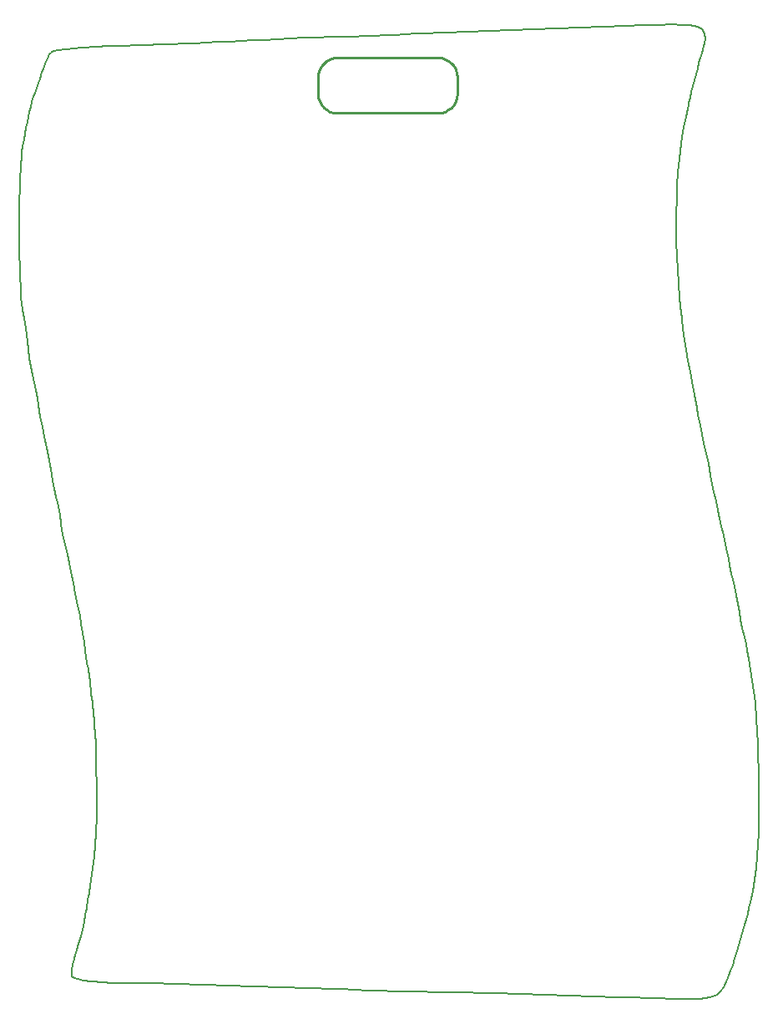
<source format=gm1>
G04 #@! TF.GenerationSoftware,KiCad,Pcbnew,(5.0.0)*
G04 #@! TF.CreationDate,2019-03-05T23:07:52-06:00*
G04 #@! TF.ProjectId,001,3030312E6B696361645F706362000000,rev?*
G04 #@! TF.SameCoordinates,Original*
G04 #@! TF.FileFunction,Profile,NP*
%FSLAX46Y46*%
G04 Gerber Fmt 4.6, Leading zero omitted, Abs format (unit mm)*
G04 Created by KiCad (PCBNEW (5.0.0)) date 03/05/19 23:07:52*
%MOMM*%
%LPD*%
G01*
G04 APERTURE LIST*
G04 #@! TA.AperFunction,NonConductor*
%ADD10C,0.133917*%
G04 #@! TD*
G04 #@! TA.AperFunction,NonConductor*
%ADD11C,0.266250*%
G04 #@! TD*
G04 APERTURE END LIST*
D10*
G04 #@! TO.C,U2*
X175891412Y-134089034D02*
X175796752Y-135304927D01*
X175796752Y-135304927D02*
X175680742Y-136451635D01*
X175680742Y-136451635D02*
X175526369Y-137642026D01*
X175526369Y-137642026D02*
X175338121Y-138798725D01*
X175338121Y-138798725D02*
X175110783Y-139950048D01*
X175110783Y-139950048D02*
X174981217Y-140530308D01*
X174981217Y-140530308D02*
X174840293Y-141117841D01*
X174840293Y-141117841D02*
X174699435Y-141670130D01*
X174699435Y-141670130D02*
X174547941Y-142233815D01*
X174547941Y-142233815D02*
X174385362Y-142811383D01*
X174385362Y-142811383D02*
X174211245Y-143405322D01*
X174211245Y-143405322D02*
X174023330Y-144033233D01*
X174023330Y-144033233D02*
X173848623Y-144613152D01*
X173848623Y-144613152D02*
X173686114Y-145147195D01*
X173686114Y-145147195D02*
X173534778Y-145637474D01*
X173534778Y-145637474D02*
X173318090Y-146321519D01*
X173318090Y-146321519D02*
X173122372Y-146911753D01*
X173122372Y-146911753D02*
X172943734Y-147416245D01*
X172943734Y-147416245D02*
X172778292Y-147843075D01*
X172778292Y-147843075D02*
X172439180Y-148552703D01*
X172439180Y-148552703D02*
X172103482Y-149008402D01*
X172103482Y-149008402D02*
X171728886Y-149298077D01*
X171728886Y-149298077D02*
X171273083Y-149509634D01*
X171273083Y-149509634D02*
X170956619Y-149619579D01*
X170956619Y-149619579D02*
X170564592Y-149695477D01*
X170564592Y-149695477D02*
X169966953Y-149738319D01*
X169966953Y-149738319D02*
X169033644Y-149749099D01*
X169033644Y-149749099D02*
X168578456Y-149745177D01*
X168578456Y-149745177D02*
X168053303Y-149737049D01*
X168053303Y-149737049D02*
X167451639Y-149724800D01*
X167451639Y-149724800D02*
X166766934Y-149708459D01*
X166766934Y-149708459D02*
X166264090Y-149695421D01*
X166264090Y-149695421D02*
X165719980Y-149680604D01*
X165719980Y-149680604D02*
X164500342Y-149645761D01*
X164500342Y-149645761D02*
X163427102Y-149614045D01*
X163427102Y-149614045D02*
X162233999Y-149578265D01*
X162233999Y-149578265D02*
X161017833Y-149541387D01*
X161017833Y-149541387D02*
X159772505Y-149503126D01*
X159772505Y-149503126D02*
X158539106Y-149464786D01*
X158539106Y-149464786D02*
X157311186Y-149426198D01*
X157311186Y-149426198D02*
X156059169Y-149386419D01*
X156059169Y-149386419D02*
X154849649Y-149347551D01*
X154849649Y-149347551D02*
X153567545Y-149305810D01*
X153567545Y-149305810D02*
X152388479Y-149266810D01*
X152388479Y-149266810D02*
X151008255Y-149220060D01*
X151008255Y-149220060D02*
X149927375Y-149181901D01*
X149927375Y-149181901D02*
X148810317Y-149143919D01*
X148810317Y-149143919D02*
X147794966Y-149114624D01*
X147794966Y-149114624D02*
X146301578Y-149086010D01*
X146301578Y-149086010D02*
X145662472Y-149098569D01*
X145662472Y-149098569D02*
X144913085Y-149099133D01*
X144913085Y-149099133D02*
X142983145Y-149057203D01*
X142983145Y-149057203D02*
X141733055Y-149024471D01*
X141733055Y-149024471D02*
X140303891Y-148984430D01*
X140303891Y-148984430D02*
X139008414Y-148946372D01*
X139008414Y-148946372D02*
X137624874Y-148904222D01*
X137624874Y-148904222D02*
X136309521Y-148862877D01*
X136309521Y-148862877D02*
X134946020Y-148818805D01*
X134946020Y-148818805D02*
X133607342Y-148775012D01*
X133607342Y-148775012D02*
X132273382Y-148731508D01*
X132273382Y-148731508D02*
X130920902Y-148687529D01*
X130920902Y-148687529D02*
X129600859Y-148644736D01*
X129600859Y-148644736D02*
X128228923Y-148600407D01*
X128228923Y-148600407D02*
X126928423Y-148558534D01*
X126928423Y-148558534D02*
X125516683Y-148513285D01*
X125516683Y-148513285D02*
X124255691Y-148473102D01*
X124255691Y-148473102D02*
X122640576Y-148422192D01*
X122640576Y-148422192D02*
X121582657Y-148389742D01*
X121582657Y-148389742D02*
X120339161Y-148351185D01*
X120339161Y-148351185D02*
X118976270Y-148306221D01*
X118976270Y-148306221D02*
X117558628Y-148256883D01*
X117558628Y-148256883D02*
X116923851Y-148233713D01*
X116923851Y-148233713D02*
X116369993Y-148212631D01*
X116369993Y-148212631D02*
X115878021Y-148195077D01*
X115878021Y-148195077D02*
X115348439Y-148179216D01*
X115348439Y-148179216D02*
X114796616Y-148165302D01*
X114796616Y-148165302D02*
X114237917Y-148153646D01*
X114237917Y-148153646D02*
X113640108Y-148143853D01*
X113640108Y-148143853D02*
X113072164Y-148137390D01*
X113072164Y-148137390D02*
X112553892Y-148134568D01*
X112553892Y-148134568D02*
X112105091Y-148135979D01*
X112105091Y-148135979D02*
X111601313Y-148136826D01*
X111601313Y-148136826D02*
X111104491Y-148131012D01*
X111104491Y-148131012D02*
X110617319Y-148118848D01*
X110617319Y-148118848D02*
X110142489Y-148100645D01*
X110142489Y-148100645D02*
X109613026Y-148072536D01*
X109613026Y-148072536D02*
X109107752Y-148037283D01*
X109107752Y-148037283D02*
X108630811Y-147995385D01*
X108630811Y-147995385D02*
X108186350Y-147947328D01*
X108186350Y-147947328D02*
X107470545Y-147845008D01*
X107470545Y-147845008D02*
X106902900Y-147726684D01*
X106902900Y-147726684D02*
X106508844Y-147595346D01*
X106508844Y-147595346D02*
X106313803Y-147453989D01*
X106313803Y-147453989D02*
X106252250Y-147207302D01*
X106252250Y-147207302D02*
X106266277Y-146814451D01*
X106266277Y-146814451D02*
X106352191Y-146292470D01*
X106352191Y-146292470D02*
X106506301Y-145658396D01*
X106506301Y-145658396D02*
X106620968Y-145260860D01*
X106620968Y-145260860D02*
X106755199Y-144836528D01*
X106755199Y-144836528D02*
X106908349Y-144388384D01*
X106908349Y-144388384D02*
X107079768Y-143919421D01*
X107079768Y-143919421D02*
X107245046Y-143386501D01*
X107245046Y-143386501D02*
X107410101Y-142691399D01*
X107410101Y-142691399D02*
X107555798Y-141924167D01*
X107555798Y-141924167D02*
X107662995Y-141174867D01*
X107662995Y-141174867D02*
X107716177Y-140869463D01*
X107716177Y-140869463D02*
X107768865Y-140564694D01*
X107768865Y-140564694D02*
X107820994Y-140260534D01*
X107820994Y-140260534D02*
X107872497Y-139956956D01*
X107872497Y-139956956D02*
X107923302Y-139653943D01*
X107923302Y-139653943D02*
X107973352Y-139351463D01*
X107973352Y-139351463D02*
X108022571Y-139049496D01*
X108022571Y-139049496D02*
X108070896Y-138748018D01*
X108070896Y-138748018D02*
X108118259Y-138447003D01*
X108118259Y-138447003D02*
X108164594Y-138146430D01*
X108164594Y-138146430D02*
X108209831Y-137846270D01*
X108209831Y-137846270D02*
X108253909Y-137546502D01*
X108253909Y-137546502D02*
X108296756Y-137247104D01*
X108296756Y-137247104D02*
X108338307Y-136948047D01*
X108338307Y-136948047D02*
X108378496Y-136649309D01*
X108378496Y-136649309D02*
X108417250Y-136350865D01*
X108417250Y-136350865D02*
X108454512Y-136052691D01*
X108454512Y-136052691D02*
X108490208Y-135754766D01*
X108490208Y-135754766D02*
X108524272Y-135457064D01*
X108524272Y-135457064D02*
X108556637Y-135159557D01*
X108556637Y-135159557D02*
X108587239Y-134862227D01*
X108587239Y-134862227D02*
X108616005Y-134565044D01*
X108616005Y-134565044D02*
X108642873Y-134267991D01*
X108642873Y-134267991D02*
X108667765Y-133971037D01*
X108667765Y-133971037D02*
X108690625Y-133674159D01*
X108690625Y-133674159D02*
X108711397Y-133377338D01*
X108711397Y-133377338D02*
X108729995Y-133080541D01*
X108729995Y-133080541D02*
X108746364Y-132783754D01*
X108746364Y-132783754D02*
X108760447Y-132486943D01*
X108760447Y-132486943D02*
X108772159Y-132190094D01*
X108772159Y-132190094D02*
X108781416Y-131893173D01*
X108781416Y-131893173D02*
X108788189Y-131596163D01*
X108788189Y-131596163D02*
X108795894Y-130396303D01*
X108795894Y-130396303D02*
X108795993Y-129084153D01*
X108795993Y-129084153D02*
X108789727Y-127828476D01*
X108789727Y-127828476D02*
X108777676Y-126572435D01*
X108777676Y-126572435D02*
X108758429Y-125261213D01*
X108758429Y-125261213D02*
X108733142Y-124060939D01*
X108733142Y-124060939D02*
X108703226Y-123590049D01*
X108703226Y-123590049D02*
X108671301Y-123128686D01*
X108671301Y-123128686D02*
X108637468Y-122675798D01*
X108637468Y-122675798D02*
X108601824Y-122230333D01*
X108601824Y-122230333D02*
X108564466Y-121791243D01*
X108564466Y-121791243D02*
X108525497Y-121357476D01*
X108525497Y-121357476D02*
X108485015Y-120927979D01*
X108485015Y-120927979D02*
X108443116Y-120501705D01*
X108443116Y-120501705D02*
X108399902Y-120077598D01*
X108399902Y-120077598D02*
X108355469Y-119654612D01*
X108355469Y-119654612D02*
X108309916Y-119231694D01*
X108309916Y-119231694D02*
X108263346Y-118807793D01*
X108263346Y-118807793D02*
X108215851Y-118381858D01*
X108215851Y-118381858D02*
X108167537Y-117952838D01*
X108167537Y-117952838D02*
X108118498Y-117519683D01*
X108118498Y-117519683D02*
X108068836Y-117081341D01*
X108068836Y-117081341D02*
X107951779Y-116327734D01*
X107951779Y-116327734D02*
X107829813Y-115716274D01*
X107829813Y-115716274D02*
X107663350Y-114429423D01*
X107663350Y-114429423D02*
X107556430Y-113598930D01*
X107556430Y-113598930D02*
X107412480Y-112650469D01*
X107412480Y-112650469D02*
X107251842Y-111709382D01*
X107251842Y-111709382D02*
X107091969Y-110883069D01*
X107091969Y-110883069D02*
X106893186Y-109910249D01*
X106893186Y-109910249D02*
X106650136Y-108683012D01*
X106650136Y-108683012D02*
X106430835Y-107551916D01*
X106430835Y-107551916D02*
X106227220Y-106479011D01*
X106227220Y-106479011D02*
X106055152Y-105593336D01*
X106055152Y-105593336D02*
X105878151Y-104740776D01*
X105878151Y-104740776D02*
X105639509Y-103684678D01*
X105639509Y-103684678D02*
X105461100Y-103018174D01*
X105461100Y-103018174D02*
X105267154Y-102240149D01*
X105267154Y-102240149D02*
X105186481Y-101542595D01*
X105186481Y-101542595D02*
X105079019Y-100678004D01*
X105079019Y-100678004D02*
X104820644Y-99498355D01*
X104820644Y-99498355D02*
X104660351Y-98824648D01*
X104660351Y-98824648D02*
X104497658Y-98041078D01*
X104497658Y-98041078D02*
X104354950Y-97264046D01*
X104354950Y-97264046D02*
X104246762Y-96569873D01*
X104246762Y-96569873D02*
X104021941Y-95144905D01*
X104021941Y-95144905D02*
X103773549Y-93859682D01*
X103773549Y-93859682D02*
X103525510Y-92748609D01*
X103525510Y-92748609D02*
X103301538Y-91742343D01*
X103301538Y-91742343D02*
X103095601Y-90711206D01*
X103095601Y-90711206D02*
X102890942Y-89540311D01*
X102890942Y-89540311D02*
X102772304Y-88859206D01*
X102772304Y-88859206D02*
X102611113Y-88012573D01*
X102611113Y-88012573D02*
X102453133Y-87228295D01*
X102453133Y-87228295D02*
X102296460Y-86491350D01*
X102296460Y-86491350D02*
X102137276Y-85697818D01*
X102137276Y-85697818D02*
X101984788Y-84815439D01*
X101984788Y-84815439D02*
X101849519Y-83903465D01*
X101849519Y-83903465D02*
X101758756Y-83125398D01*
X101758756Y-83125398D02*
X101598948Y-81773999D01*
X101598948Y-81773999D02*
X101421114Y-80753981D01*
X101421114Y-80753981D02*
X101277562Y-79895038D01*
X101277562Y-79895038D02*
X101154428Y-78622625D01*
X101154428Y-78622625D02*
X101087350Y-77610025D01*
X101087350Y-77610025D02*
X101031890Y-76476510D01*
X101031890Y-76476510D02*
X100994702Y-75431620D01*
X100994702Y-75431620D02*
X100967524Y-74327546D01*
X100967524Y-74327546D02*
X100951945Y-73267306D01*
X100951945Y-73267306D02*
X100946103Y-72178149D01*
X100946103Y-72178149D02*
X100950534Y-71070701D01*
X100950534Y-71070701D02*
X100964843Y-69940679D01*
X100964843Y-69940679D02*
X100988070Y-68805783D01*
X100988070Y-68805783D02*
X101018950Y-67703390D01*
X101018950Y-67703390D02*
X101061775Y-66526305D01*
X101061775Y-66526305D02*
X101111166Y-65467812D01*
X101111166Y-65467812D02*
X101136482Y-65017582D01*
X101136482Y-65017582D02*
X101162672Y-64607832D01*
X101162672Y-64607832D02*
X101189596Y-64242955D01*
X101189596Y-64242955D02*
X101217028Y-63927346D01*
X101217028Y-63927346D02*
X101312495Y-63293483D01*
X101312495Y-63293483D02*
X101416759Y-62660504D01*
X101416759Y-62660504D02*
X101529228Y-62029857D01*
X101529228Y-62029857D02*
X101649296Y-61402987D01*
X101649296Y-61402987D02*
X101774860Y-60831900D01*
X101774860Y-60831900D02*
X101878348Y-60337573D01*
X101878348Y-60337573D02*
X101979564Y-59862629D01*
X101979564Y-59862629D02*
X102098315Y-59349686D01*
X102098315Y-59349686D02*
X102243710Y-58812922D01*
X102243710Y-58812922D02*
X102421211Y-58256532D01*
X102421211Y-58256532D02*
X102524987Y-57955200D01*
X102524987Y-57955200D02*
X102641615Y-57614921D01*
X102641615Y-57614921D02*
X102766998Y-57247741D01*
X102766998Y-57247741D02*
X102897040Y-56865706D01*
X102897040Y-56865706D02*
X103023050Y-56494435D01*
X103023050Y-56494435D02*
X103145907Y-56131361D01*
X103145907Y-56131361D02*
X103261937Y-55787292D01*
X103261937Y-55787292D02*
X103367468Y-55473039D01*
X103367468Y-55473039D02*
X103578449Y-54890422D01*
X103578449Y-54890422D02*
X103791318Y-54383576D01*
X103791318Y-54383576D02*
X103981265Y-54006910D01*
X103981265Y-54006910D02*
X104123488Y-53814835D01*
X104123488Y-53814835D02*
X104409119Y-53686415D01*
X104409119Y-53686415D02*
X104908449Y-53569520D01*
X104908449Y-53569520D02*
X105628649Y-53463597D01*
X105628649Y-53463597D02*
X106576891Y-53368095D01*
X106576891Y-53368095D02*
X107118489Y-53325549D01*
X107118489Y-53325549D02*
X107715731Y-53285243D01*
X107715731Y-53285243D02*
X108369422Y-53247112D01*
X108369422Y-53247112D02*
X109080368Y-53211095D01*
X109080368Y-53211095D02*
X109656497Y-53185227D01*
X109656497Y-53185227D02*
X110266181Y-53160504D01*
X110266181Y-53160504D02*
X111587599Y-53114389D01*
X111587599Y-53114389D02*
X112792750Y-53079269D01*
X112792750Y-53079269D02*
X114095372Y-53046979D01*
X114095372Y-53046979D02*
X115016932Y-53017023D01*
X115016932Y-53017023D02*
X116427959Y-52960440D01*
X116427959Y-52960440D02*
X117542356Y-52912399D01*
X117542356Y-52912399D02*
X118759509Y-52857882D01*
X118759509Y-52857882D02*
X119915796Y-52804522D01*
X119915796Y-52804522D02*
X121090786Y-52748871D01*
X121090786Y-52748871D02*
X122279695Y-52691067D01*
X122279695Y-52691067D02*
X123422120Y-52633912D01*
X123422120Y-52633912D02*
X124671642Y-52569038D01*
X124671642Y-52569038D02*
X125752773Y-52509819D01*
X125752773Y-52509819D02*
X127020803Y-52444266D01*
X127020803Y-52444266D02*
X128468518Y-52382034D01*
X128468518Y-52382034D02*
X129746324Y-52334901D01*
X129746324Y-52334901D02*
X131185869Y-52287781D01*
X131185869Y-52287781D02*
X132478495Y-52249263D01*
X132478495Y-52249263D02*
X133903475Y-52209741D01*
X133903475Y-52209741D02*
X134783847Y-52181315D01*
X134783847Y-52181315D02*
X135957460Y-52136527D01*
X135957460Y-52136527D02*
X136955174Y-52095322D01*
X136955174Y-52095322D02*
X138010894Y-52049405D01*
X138010894Y-52049405D02*
X139051230Y-52001978D01*
X139051230Y-52001978D02*
X140063894Y-51953528D01*
X140063894Y-51953528D02*
X141167541Y-51900783D01*
X141167541Y-51900783D02*
X142338095Y-51847440D01*
X142338095Y-51847440D02*
X143495274Y-51796910D01*
X143495274Y-51796910D02*
X144612622Y-51750205D01*
X144612622Y-51750205D02*
X145870413Y-51700691D01*
X145870413Y-51700691D02*
X146887737Y-51664673D01*
X146887737Y-51664673D02*
X148024999Y-51627989D01*
X148024999Y-51627989D02*
X149162259Y-51591304D01*
X149162259Y-51591304D02*
X150299617Y-51554618D01*
X150299617Y-51554618D02*
X151436973Y-51517930D01*
X151436973Y-51517930D02*
X152502190Y-51482584D01*
X152502190Y-51482584D02*
X153749601Y-51438886D01*
X153749601Y-51438886D02*
X154797650Y-51400875D01*
X154797650Y-51400875D02*
X156062228Y-51354108D01*
X156062228Y-51354108D02*
X157138384Y-51313850D01*
X157138384Y-51313850D02*
X158374689Y-51267287D01*
X158374689Y-51267287D02*
X159470586Y-51225831D01*
X159470586Y-51225831D02*
X160687139Y-51179679D01*
X160687139Y-51179679D02*
X161795705Y-51137542D01*
X161795705Y-51137542D02*
X162385392Y-51115105D01*
X162385392Y-51115105D02*
X162999597Y-51091720D01*
X162999597Y-51091720D02*
X163674749Y-51066630D01*
X163674749Y-51066630D02*
X164305315Y-51044580D01*
X164305315Y-51044580D02*
X164892970Y-51025652D01*
X164892970Y-51025652D02*
X165439377Y-51009929D01*
X165439377Y-51009929D02*
X166161626Y-50993004D01*
X166161626Y-50993004D02*
X166805804Y-50983248D01*
X166805804Y-50983248D02*
X167377002Y-50980905D01*
X167377002Y-50980905D02*
X167880306Y-50986259D01*
X167880306Y-50986259D02*
X168821342Y-51030243D01*
X168821342Y-51030243D02*
X169483749Y-51120957D01*
X169483749Y-51120957D02*
X169932674Y-51261680D01*
X169932674Y-51261680D02*
X170233269Y-51455690D01*
X170233269Y-51455690D02*
X170400838Y-51673493D01*
X170400838Y-51673493D02*
X170492338Y-51970630D01*
X170492338Y-51970630D02*
X170506844Y-52363055D01*
X170506844Y-52363055D02*
X170443437Y-52866720D01*
X170443437Y-52866720D02*
X170380713Y-53171942D01*
X170380713Y-53171942D02*
X170297314Y-53512450D01*
X170297314Y-53512450D02*
X170193114Y-53890366D01*
X170193114Y-53890366D02*
X170067991Y-54307815D01*
X170067991Y-54307815D02*
X169904737Y-54847351D01*
X169904737Y-54847351D02*
X169740334Y-55414182D01*
X169740334Y-55414182D02*
X169577907Y-55996360D01*
X169577907Y-55996360D02*
X169420585Y-56581938D01*
X169420585Y-56581938D02*
X169258386Y-57210868D01*
X169258386Y-57210868D02*
X169110053Y-57814086D01*
X169110053Y-57814086D02*
X168979652Y-58376062D01*
X168979652Y-58376062D02*
X168871245Y-58881264D01*
X168871245Y-58881264D02*
X168813663Y-59164279D01*
X168813663Y-59164279D02*
X168743669Y-59508745D01*
X168743669Y-59508745D02*
X168664359Y-59899425D01*
X168664359Y-59899425D02*
X168578820Y-60321082D01*
X168578820Y-60321082D02*
X168504666Y-60686826D01*
X168504666Y-60686826D02*
X168430129Y-61054661D01*
X168430129Y-61054661D02*
X168287149Y-61760840D01*
X168287149Y-61760840D02*
X168070764Y-63047292D01*
X168070764Y-63047292D02*
X167894234Y-64548695D01*
X167894234Y-64548695D02*
X167780504Y-65904391D01*
X167780504Y-65904391D02*
X167694231Y-67357755D01*
X167694231Y-67357755D02*
X167640194Y-68741033D01*
X167640194Y-68741033D02*
X167609387Y-70172897D01*
X167609387Y-70172897D02*
X167601964Y-71572524D01*
X167601964Y-71572524D02*
X167616358Y-72989801D01*
X167616358Y-72989801D02*
X167652525Y-74401444D01*
X167652525Y-74401444D02*
X167710781Y-75804865D01*
X167710781Y-75804865D02*
X167794158Y-77227949D01*
X167794158Y-77227949D02*
X167901586Y-78614845D01*
X167901586Y-78614845D02*
X168002494Y-79592601D01*
X168002494Y-79592601D02*
X168147887Y-80764253D01*
X168147887Y-80764253D02*
X168291806Y-81812916D01*
X168291806Y-81812916D02*
X168452523Y-82905935D01*
X168452523Y-82905935D02*
X168621659Y-83988808D01*
X168621659Y-83988808D02*
X168796126Y-85041991D01*
X168796126Y-85041991D02*
X168997779Y-86177625D01*
X168997779Y-86177625D02*
X169190836Y-87168888D01*
X169190836Y-87168888D02*
X169454784Y-88534042D01*
X169454784Y-88534042D02*
X169671858Y-89794386D01*
X169671858Y-89794386D02*
X169806349Y-90556499D01*
X169806349Y-90556499D02*
X170015117Y-91619529D01*
X170015117Y-91619529D02*
X170203712Y-92529486D01*
X170203712Y-92529486D02*
X170399941Y-93436207D01*
X170399941Y-93436207D02*
X170618725Y-94443052D01*
X170618725Y-94443052D02*
X170842733Y-95507921D01*
X170842733Y-95507921D02*
X171077994Y-96664657D01*
X171077994Y-96664657D02*
X171255788Y-97586183D01*
X171255788Y-97586183D02*
X171413294Y-98394524D01*
X171413294Y-98394524D02*
X171608879Y-99327065D01*
X171608879Y-99327065D02*
X171812336Y-100244872D01*
X171812336Y-100244872D02*
X172004168Y-101058620D01*
X172004168Y-101058620D02*
X172193370Y-101857447D01*
X172193370Y-101857447D02*
X172393005Y-102748287D01*
X172393005Y-102748287D02*
X172587829Y-103663167D01*
X172587829Y-103663167D02*
X172743415Y-104446356D01*
X172743415Y-104446356D02*
X172874011Y-105122634D01*
X172874011Y-105122634D02*
X173019649Y-105846300D01*
X173019649Y-105846300D02*
X173180713Y-106616360D01*
X173180713Y-106616360D02*
X173318517Y-107241245D01*
X173318517Y-107241245D02*
X173472274Y-107947933D01*
X173472274Y-107947933D02*
X173665320Y-108890222D01*
X173665320Y-108890222D02*
X173830380Y-109726729D01*
X173830380Y-109726729D02*
X173986133Y-110544284D01*
X173986133Y-110544284D02*
X174140511Y-111346049D01*
X174140511Y-111346049D02*
X174305326Y-112157986D01*
X174305326Y-112157986D02*
X174504287Y-113083672D01*
X174504287Y-113083672D02*
X174664437Y-113762642D01*
X174664437Y-113762642D02*
X174802238Y-114410525D01*
X174802238Y-114410525D02*
X174945169Y-115269003D01*
X174945169Y-115269003D02*
X175096985Y-116390060D01*
X175096985Y-116390060D02*
X175273238Y-117519988D01*
X175273238Y-117519988D02*
X175449526Y-118627140D01*
X175449526Y-118627140D02*
X175601443Y-119679874D01*
X175601443Y-119679874D02*
X175742351Y-121399920D01*
X175742351Y-121399920D02*
X175807920Y-122598483D01*
X175807920Y-122598483D02*
X175865109Y-123935889D01*
X175865109Y-123935889D02*
X175907189Y-125183171D01*
X175907189Y-125183171D02*
X175941050Y-126474106D01*
X175941050Y-126474106D02*
X175965377Y-127749891D01*
X175965377Y-127749891D02*
X175980250Y-129012602D01*
X175980250Y-129012602D02*
X175984766Y-130322065D01*
X175984766Y-130322065D02*
X175976497Y-131551896D01*
X175976497Y-131551896D02*
X175946042Y-132945727D01*
X175946042Y-132945727D02*
X175891387Y-134089077D01*
X175891387Y-134089077D02*
X175891412Y-134089034D01*
D11*
X133256745Y-54314945D02*
X133888545Y-54314945D01*
X133888545Y-54314945D02*
X134520347Y-54314945D01*
X134520347Y-54314945D02*
X135152147Y-54314945D01*
X135152147Y-54314945D02*
X135783949Y-54314945D01*
X135783949Y-54314945D02*
X136415681Y-54314945D01*
X136415681Y-54314945D02*
X137047416Y-54314945D01*
X137047416Y-54314945D02*
X137679151Y-54314945D01*
X137679151Y-54314945D02*
X138310885Y-54314945D01*
X138310885Y-54314945D02*
X138942685Y-54314945D01*
X138942685Y-54314945D02*
X139574484Y-54314945D01*
X139574484Y-54314945D02*
X140206281Y-54314945D01*
X140206281Y-54314945D02*
X140838081Y-54314945D01*
X140838081Y-54314945D02*
X141469909Y-54314945D01*
X141469909Y-54314945D02*
X142101736Y-54314945D01*
X142101736Y-54314945D02*
X142733561Y-54314945D01*
X142733561Y-54314945D02*
X143365389Y-54314945D01*
X143365389Y-54314945D02*
X143769692Y-54355462D01*
X143769692Y-54355462D02*
X144145807Y-54471729D01*
X144145807Y-54471729D02*
X144485806Y-54655819D01*
X144485806Y-54655819D02*
X144781761Y-54899805D01*
X144781761Y-54899805D02*
X145025748Y-55195762D01*
X145025748Y-55195762D02*
X145209838Y-55535760D01*
X145209838Y-55535760D02*
X145326106Y-55911875D01*
X145326106Y-55911875D02*
X145366621Y-56316179D01*
X145366621Y-56316179D02*
X145366621Y-56726673D01*
X145366621Y-56726673D02*
X145366621Y-57137167D01*
X145366621Y-57137167D02*
X145366621Y-57547661D01*
X145366621Y-57547661D02*
X145366621Y-57958155D01*
X145366621Y-57958155D02*
X145326106Y-58362459D01*
X145326106Y-58362459D02*
X145209838Y-58738573D01*
X145209838Y-58738573D02*
X145025748Y-59078572D01*
X145025748Y-59078572D02*
X144781761Y-59374528D01*
X144781761Y-59374528D02*
X144485806Y-59618515D01*
X144485806Y-59618515D02*
X144145807Y-59802605D01*
X144145807Y-59802605D02*
X143769692Y-59918872D01*
X143769692Y-59918872D02*
X143365389Y-59959389D01*
X143365389Y-59959389D02*
X142733590Y-59959389D01*
X142733590Y-59959389D02*
X142101787Y-59959389D01*
X142101787Y-59959389D02*
X141469988Y-59959389D01*
X141469988Y-59959389D02*
X140838185Y-59959389D01*
X140838185Y-59959389D02*
X140206453Y-59959389D01*
X140206453Y-59959389D02*
X139574719Y-59959389D01*
X139574719Y-59959389D02*
X138942984Y-59959389D01*
X138942984Y-59959389D02*
X138311249Y-59959389D01*
X138311249Y-59959389D02*
X137679450Y-59959389D01*
X137679450Y-59959389D02*
X137047650Y-59959389D01*
X137047650Y-59959389D02*
X136415853Y-59959389D01*
X136415853Y-59959389D02*
X135784054Y-59959389D01*
X135784054Y-59959389D02*
X135152226Y-59959389D01*
X135152226Y-59959389D02*
X134520398Y-59959389D01*
X134520398Y-59959389D02*
X133888573Y-59959389D01*
X133888573Y-59959389D02*
X133256745Y-59959389D01*
X133256745Y-59959389D02*
X132852442Y-59918872D01*
X132852442Y-59918872D02*
X132476328Y-59802605D01*
X132476328Y-59802605D02*
X132136329Y-59618515D01*
X132136329Y-59618515D02*
X131840371Y-59374528D01*
X131840371Y-59374528D02*
X131596384Y-59078572D01*
X131596384Y-59078572D02*
X131412296Y-58738573D01*
X131412296Y-58738573D02*
X131296029Y-58362459D01*
X131296029Y-58362459D02*
X131255510Y-57958155D01*
X131255510Y-57958155D02*
X131255510Y-57547661D01*
X131255510Y-57547661D02*
X131255510Y-57137167D01*
X131255510Y-57137167D02*
X131255510Y-56726673D01*
X131255510Y-56726673D02*
X131255510Y-56316179D01*
X131255510Y-56316179D02*
X131296029Y-55911875D01*
X131296029Y-55911875D02*
X131412296Y-55535760D01*
X131412296Y-55535760D02*
X131596384Y-55195762D01*
X131596384Y-55195762D02*
X131840371Y-54899805D01*
X131840371Y-54899805D02*
X132136329Y-54655819D01*
X132136329Y-54655819D02*
X132476328Y-54471729D01*
X132476328Y-54471729D02*
X132852442Y-54355462D01*
X132852442Y-54355462D02*
X133256745Y-54314945D01*
G04 #@! TD*
M02*

</source>
